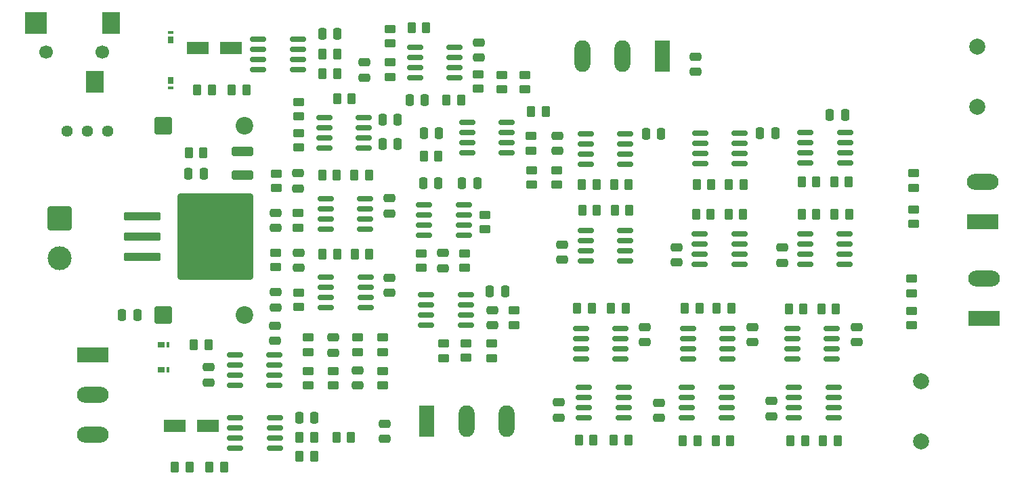
<source format=gbr>
%TF.GenerationSoftware,KiCad,Pcbnew,9.0.4-9.0.4-0~ubuntu24.04.1*%
%TF.CreationDate,2025-09-01T10:39:58-05:00*%
%TF.ProjectId,amplifier,616d706c-6966-4696-9572-2e6b69636164,rev?*%
%TF.SameCoordinates,Original*%
%TF.FileFunction,Soldermask,Top*%
%TF.FilePolarity,Negative*%
%FSLAX46Y46*%
G04 Gerber Fmt 4.6, Leading zero omitted, Abs format (unit mm)*
G04 Created by KiCad (PCBNEW 9.0.4-9.0.4-0~ubuntu24.04.1) date 2025-09-01 10:39:58*
%MOMM*%
%LPD*%
G01*
G04 APERTURE LIST*
G04 Aperture macros list*
%AMRoundRect*
0 Rectangle with rounded corners*
0 $1 Rounding radius*
0 $2 $3 $4 $5 $6 $7 $8 $9 X,Y pos of 4 corners*
0 Add a 4 corners polygon primitive as box body*
4,1,4,$2,$3,$4,$5,$6,$7,$8,$9,$2,$3,0*
0 Add four circle primitives for the rounded corners*
1,1,$1+$1,$2,$3*
1,1,$1+$1,$4,$5*
1,1,$1+$1,$6,$7*
1,1,$1+$1,$8,$9*
0 Add four rect primitives between the rounded corners*
20,1,$1+$1,$2,$3,$4,$5,0*
20,1,$1+$1,$4,$5,$6,$7,0*
20,1,$1+$1,$6,$7,$8,$9,0*
20,1,$1+$1,$8,$9,$2,$3,0*%
G04 Aperture macros list end*
%ADD10RoundRect,0.250000X-0.450000X0.262500X-0.450000X-0.262500X0.450000X-0.262500X0.450000X0.262500X0*%
%ADD11RoundRect,0.250000X0.262500X0.450000X-0.262500X0.450000X-0.262500X-0.450000X0.262500X-0.450000X0*%
%ADD12RoundRect,0.150000X-0.825000X-0.150000X0.825000X-0.150000X0.825000X0.150000X-0.825000X0.150000X0*%
%ADD13RoundRect,0.250000X0.475000X-0.250000X0.475000X0.250000X-0.475000X0.250000X-0.475000X-0.250000X0*%
%ADD14RoundRect,0.250000X-0.475000X0.250000X-0.475000X-0.250000X0.475000X-0.250000X0.475000X0.250000X0*%
%ADD15R,3.960000X1.980000*%
%ADD16O,3.960000X1.980000*%
%ADD17RoundRect,0.250000X-0.262500X-0.450000X0.262500X-0.450000X0.262500X0.450000X-0.262500X0.450000X0*%
%ADD18RoundRect,0.075000X-0.390000X-0.275000X0.390000X-0.275000X0.390000X0.275000X-0.390000X0.275000X0*%
%ADD19RoundRect,0.075000X-0.075000X-0.275000X0.075000X-0.275000X0.075000X0.275000X-0.075000X0.275000X0*%
%ADD20RoundRect,0.250000X0.450000X-0.262500X0.450000X0.262500X-0.450000X0.262500X-0.450000X-0.262500X0*%
%ADD21RoundRect,0.250000X-0.250000X-0.475000X0.250000X-0.475000X0.250000X0.475000X-0.250000X0.475000X0*%
%ADD22RoundRect,0.250000X1.100000X-0.325000X1.100000X0.325000X-1.100000X0.325000X-1.100000X-0.325000X0*%
%ADD23RoundRect,0.250000X-2.050000X-0.300000X2.050000X-0.300000X2.050000X0.300000X-2.050000X0.300000X0*%
%ADD24RoundRect,0.250002X-4.449998X-5.149998X4.449998X-5.149998X4.449998X5.149998X-4.449998X5.149998X0*%
%ADD25RoundRect,0.250000X1.137500X0.550000X-1.137500X0.550000X-1.137500X-0.550000X1.137500X-0.550000X0*%
%ADD26RoundRect,0.150000X0.825000X0.150000X-0.825000X0.150000X-0.825000X-0.150000X0.825000X-0.150000X0*%
%ADD27C,2.000000*%
%ADD28RoundRect,0.075000X-0.275000X0.390000X-0.275000X-0.390000X0.275000X-0.390000X0.275000X0.390000X0*%
%ADD29RoundRect,0.075000X-0.275000X0.075000X-0.275000X-0.075000X0.275000X-0.075000X0.275000X0.075000X0*%
%ADD30RoundRect,0.250000X0.250000X0.475000X-0.250000X0.475000X-0.250000X-0.475000X0.250000X-0.475000X0*%
%ADD31R,1.980000X3.960000*%
%ADD32O,1.980000X3.960000*%
%ADD33C,1.440000*%
%ADD34C,1.700000*%
%ADD35R,2.200000X2.800000*%
%ADD36R,2.800000X2.800000*%
%ADD37RoundRect,0.249999X-0.850001X-0.850001X0.850001X-0.850001X0.850001X0.850001X-0.850001X0.850001X0*%
%ADD38C,2.200000*%
%ADD39RoundRect,0.075000X0.275000X-0.390000X0.275000X0.390000X-0.275000X0.390000X-0.275000X-0.390000X0*%
%ADD40RoundRect,0.075000X0.275000X-0.075000X0.275000X0.075000X-0.275000X0.075000X-0.275000X-0.075000X0*%
%ADD41RoundRect,0.249999X-1.250001X1.250001X-1.250001X-1.250001X1.250001X-1.250001X1.250001X1.250001X0*%
%ADD42C,3.000000*%
G04 APERTURE END LIST*
D10*
%TO.C,R502*%
X135240000Y-72672500D03*
X135240000Y-74497500D03*
%TD*%
D11*
%TO.C,R501*%
X139762500Y-72500000D03*
X137937500Y-72500000D03*
%TD*%
%TO.C,R307*%
X110145000Y-127530000D03*
X108320000Y-127530000D03*
%TD*%
D12*
%TO.C,U402*%
X127205000Y-103805000D03*
X127205000Y-105075000D03*
X127205000Y-106345000D03*
X127205000Y-107615000D03*
X132155000Y-107615000D03*
X132155000Y-106345000D03*
X132155000Y-105075000D03*
X132155000Y-103805000D03*
%TD*%
D11*
%TO.C,R305*%
X114457500Y-127530000D03*
X112632500Y-127530000D03*
%TD*%
D13*
%TO.C,C402*%
X123760000Y-92660000D03*
X123760000Y-90760000D03*
%TD*%
D12*
%TO.C,U701*%
X127005000Y-83745000D03*
X127005000Y-85015000D03*
X127005000Y-86285000D03*
X127005000Y-87555000D03*
X131955000Y-87555000D03*
X131955000Y-86285000D03*
X131955000Y-85015000D03*
X131955000Y-83745000D03*
%TD*%
D13*
%TO.C,C804*%
X171020000Y-101930000D03*
X171020000Y-100030000D03*
%TD*%
D10*
%TO.C,R508*%
X152882500Y-86087500D03*
X152882500Y-87912500D03*
%TD*%
D12*
%TO.C,U602*%
X139760000Y-105980000D03*
X139760000Y-107250000D03*
X139760000Y-108520000D03*
X139760000Y-109790000D03*
X144710000Y-109790000D03*
X144710000Y-108520000D03*
X144710000Y-107250000D03*
X144710000Y-105980000D03*
%TD*%
D11*
%TO.C,R905*%
X177885000Y-107700000D03*
X176060000Y-107700000D03*
%TD*%
D14*
%TO.C,C601*%
X134550000Y-122140000D03*
X134550000Y-124040000D03*
%TD*%
D15*
%TO.C,J701*%
X209350000Y-96795000D03*
D16*
X209350000Y-91795000D03*
%TD*%
D10*
%TO.C,R704*%
X147070000Y-95967500D03*
X147070000Y-97792500D03*
%TD*%
D17*
%TO.C,R302*%
X126777500Y-75805000D03*
X128602500Y-75805000D03*
%TD*%
D18*
%TO.C,D401*%
X106577500Y-115325000D03*
D19*
X107462500Y-115325000D03*
%TD*%
D20*
%TO.C,R701*%
X123790000Y-83640000D03*
X123790000Y-81815000D03*
%TD*%
D17*
%TO.C,R901*%
X158605000Y-107670000D03*
X160430000Y-107670000D03*
%TD*%
D10*
%TO.C,R406*%
X120920000Y-100702500D03*
X120920000Y-102527500D03*
%TD*%
D11*
%TO.C,R811*%
X192577500Y-91850000D03*
X190752500Y-91850000D03*
%TD*%
D10*
%TO.C,R706*%
X139160000Y-100767500D03*
X139160000Y-102592500D03*
%TD*%
%TO.C,R611*%
X147960000Y-112077500D03*
X147960000Y-113902500D03*
%TD*%
D11*
%TO.C,R303*%
X112942500Y-80280000D03*
X111117500Y-80280000D03*
%TD*%
D10*
%TO.C,R709*%
X200460000Y-107982500D03*
X200460000Y-109807500D03*
%TD*%
D21*
%TO.C,C607*%
X147697500Y-105572500D03*
X149597500Y-105572500D03*
%TD*%
D13*
%TO.C,C501*%
X173410000Y-78030000D03*
X173410000Y-76130000D03*
%TD*%
D22*
%TO.C,C203*%
X116755000Y-90970000D03*
X116755000Y-88020000D03*
%TD*%
D23*
%TO.C,U201*%
X104255000Y-96160000D03*
X104255000Y-98700000D03*
D24*
X113405000Y-98700000D03*
D23*
X104255000Y-101240000D03*
%TD*%
D17*
%TO.C,R401*%
X126727500Y-90940000D03*
X128552500Y-90940000D03*
%TD*%
D21*
%TO.C,C201*%
X101725000Y-108525000D03*
X103625000Y-108525000D03*
%TD*%
D25*
%TO.C,C301*%
X115320000Y-75050000D03*
X111195000Y-75050000D03*
%TD*%
D26*
%TO.C,U804*%
X178880000Y-102130000D03*
X178880000Y-100860000D03*
X178880000Y-99590000D03*
X178880000Y-98320000D03*
X173930000Y-98320000D03*
X173930000Y-99590000D03*
X173930000Y-100860000D03*
X173930000Y-102130000D03*
%TD*%
D21*
%TO.C,C801*%
X167210000Y-85810000D03*
X169110000Y-85810000D03*
%TD*%
D10*
%TO.C,R506*%
X156100000Y-90347500D03*
X156100000Y-92172500D03*
%TD*%
D26*
%TO.C,U806*%
X192080000Y-102180000D03*
X192080000Y-100910000D03*
X192080000Y-99640000D03*
X192080000Y-98370000D03*
X187130000Y-98370000D03*
X187130000Y-99640000D03*
X187130000Y-100910000D03*
X187130000Y-102180000D03*
%TD*%
D10*
%TO.C,R703*%
X123790000Y-85715000D03*
X123790000Y-87540000D03*
%TD*%
%TO.C,R605*%
X124950000Y-115507500D03*
X124950000Y-117332500D03*
%TD*%
D14*
%TO.C,C503*%
X131992500Y-76850000D03*
X131992500Y-78750000D03*
%TD*%
D27*
%TO.C,C705*%
X208600000Y-74900000D03*
X208600000Y-82400000D03*
%TD*%
D13*
%TO.C,C606*%
X120810000Y-111740000D03*
X120810000Y-109840000D03*
%TD*%
D10*
%TO.C,R503*%
X135240000Y-76867500D03*
X135240000Y-78692500D03*
%TD*%
D17*
%TO.C,R604*%
X110695000Y-112230000D03*
X112520000Y-112230000D03*
%TD*%
D28*
%TO.C,D403*%
X107830000Y-79155000D03*
D29*
X107830000Y-80040000D03*
%TD*%
D30*
%TO.C,C805*%
X192090000Y-83460000D03*
X190190000Y-83460000D03*
%TD*%
D21*
%TO.C,C506*%
X137650000Y-81550000D03*
X139550000Y-81550000D03*
%TD*%
D17*
%TO.C,R801*%
X159192500Y-92190000D03*
X161017500Y-92190000D03*
%TD*%
D20*
%TO.C,R606*%
X134315000Y-113162500D03*
X134315000Y-111337500D03*
%TD*%
D17*
%TO.C,R911*%
X171840000Y-124265000D03*
X173665000Y-124265000D03*
%TD*%
D13*
%TO.C,C603*%
X128081667Y-113220000D03*
X128081667Y-111320000D03*
%TD*%
%TO.C,C806*%
X184240000Y-101970000D03*
X184240000Y-100070000D03*
%TD*%
D14*
%TO.C,C403*%
X120960000Y-95702500D03*
X120960000Y-97602500D03*
%TD*%
D11*
%TO.C,R904*%
X164670000Y-107670000D03*
X162845000Y-107670000D03*
%TD*%
D20*
%TO.C,R603*%
X124965000Y-113162500D03*
X124965000Y-111337500D03*
%TD*%
D15*
%TO.C,J403*%
X98052500Y-113530000D03*
D16*
X98052500Y-118530000D03*
X98052500Y-123530000D03*
%TD*%
D13*
%TO.C,C906*%
X182892500Y-121195000D03*
X182892500Y-119295000D03*
%TD*%
D12*
%TO.C,U301*%
X118752500Y-73940000D03*
X118752500Y-75210000D03*
X118752500Y-76480000D03*
X118752500Y-77750000D03*
X123702500Y-77750000D03*
X123702500Y-76480000D03*
X123702500Y-75210000D03*
X123702500Y-73940000D03*
%TD*%
D13*
%TO.C,C905*%
X168830000Y-121410000D03*
X168830000Y-119510000D03*
%TD*%
D21*
%TO.C,C803*%
X181490000Y-85740000D03*
X183390000Y-85740000D03*
%TD*%
D11*
%TO.C,R201*%
X111880000Y-88145000D03*
X110055000Y-88145000D03*
%TD*%
D26*
%TO.C,U802*%
X164652500Y-101765000D03*
X164652500Y-100495000D03*
X164652500Y-99225000D03*
X164652500Y-97955000D03*
X159702500Y-97955000D03*
X159702500Y-99225000D03*
X159702500Y-100495000D03*
X159702500Y-101765000D03*
%TD*%
D14*
%TO.C,C902*%
X180517500Y-110015000D03*
X180517500Y-111915000D03*
%TD*%
D30*
%TO.C,C202*%
X111927500Y-90815000D03*
X110027500Y-90815000D03*
%TD*%
D14*
%TO.C,C404*%
X120920000Y-105650000D03*
X120920000Y-107550000D03*
%TD*%
D17*
%TO.C,R512*%
X139447500Y-88575000D03*
X141272500Y-88575000D03*
%TD*%
D26*
%TO.C,U702*%
X144425000Y-98490000D03*
X144425000Y-97220000D03*
X144425000Y-95950000D03*
X144425000Y-94680000D03*
X139475000Y-94680000D03*
X139475000Y-95950000D03*
X139475000Y-97220000D03*
X139475000Y-98490000D03*
%TD*%
D11*
%TO.C,R909*%
X191167500Y-124265000D03*
X189342500Y-124265000D03*
%TD*%
%TO.C,R906*%
X190985000Y-107720000D03*
X189160000Y-107720000D03*
%TD*%
D20*
%TO.C,R608*%
X134315000Y-117332500D03*
X134315000Y-115507500D03*
%TD*%
D26*
%TO.C,U502*%
X149810000Y-88200000D03*
X149810000Y-86930000D03*
X149810000Y-85660000D03*
X149810000Y-84390000D03*
X144860000Y-84390000D03*
X144860000Y-85660000D03*
X144860000Y-86930000D03*
X144860000Y-88200000D03*
%TD*%
D20*
%TO.C,R504*%
X146245000Y-80172500D03*
X146245000Y-78347500D03*
%TD*%
%TO.C,R707*%
X200700000Y-92575000D03*
X200700000Y-90750000D03*
%TD*%
D26*
%TO.C,U905*%
X177305000Y-121405000D03*
X177305000Y-120135000D03*
X177305000Y-118865000D03*
X177305000Y-117595000D03*
X172355000Y-117595000D03*
X172355000Y-118865000D03*
X172355000Y-120135000D03*
X172355000Y-121405000D03*
%TD*%
D13*
%TO.C,C406*%
X123815000Y-102585000D03*
X123815000Y-100685000D03*
%TD*%
D14*
%TO.C,C704*%
X141865000Y-100750000D03*
X141865000Y-102650000D03*
%TD*%
D20*
%TO.C,R710*%
X200450000Y-105782500D03*
X200450000Y-103957500D03*
%TD*%
D27*
%TO.C,C706*%
X201620000Y-124320000D03*
X201620000Y-116820000D03*
%TD*%
D25*
%TO.C,C303*%
X112467500Y-122390000D03*
X108342500Y-122390000D03*
%TD*%
D17*
%TO.C,R902*%
X172090000Y-107700000D03*
X173915000Y-107700000D03*
%TD*%
%TO.C,R308*%
X123917500Y-123870000D03*
X125742500Y-123870000D03*
%TD*%
D20*
%TO.C,R708*%
X200700000Y-97105000D03*
X200700000Y-95280000D03*
%TD*%
D21*
%TO.C,C507*%
X144230000Y-91980000D03*
X146130000Y-91980000D03*
%TD*%
D17*
%TO.C,R805*%
X173577500Y-92140000D03*
X175402500Y-92140000D03*
%TD*%
D12*
%TO.C,U302*%
X115850000Y-121370000D03*
X115850000Y-122640000D03*
X115850000Y-123910000D03*
X115850000Y-125180000D03*
X120800000Y-125180000D03*
X120800000Y-123910000D03*
X120800000Y-122640000D03*
X120800000Y-121370000D03*
%TD*%
D20*
%TO.C,R612*%
X150712500Y-109735000D03*
X150712500Y-107910000D03*
%TD*%
D14*
%TO.C,C504*%
X156130000Y-86070000D03*
X156130000Y-87970000D03*
%TD*%
D17*
%TO.C,R810*%
X173477500Y-95850000D03*
X175302500Y-95850000D03*
%TD*%
D13*
%TO.C,C604*%
X131208333Y-117350000D03*
X131208333Y-115450000D03*
%TD*%
D11*
%TO.C,R402*%
X132582500Y-90940000D03*
X130757500Y-90940000D03*
%TD*%
D13*
%TO.C,C502*%
X146290000Y-76280000D03*
X146290000Y-74380000D03*
%TD*%
D21*
%TO.C,C304*%
X123860000Y-121380000D03*
X125760000Y-121380000D03*
%TD*%
D31*
%TO.C,J501*%
X169265000Y-76100000D03*
D32*
X164265000Y-76100000D03*
X159265000Y-76100000D03*
%TD*%
D11*
%TO.C,R702*%
X130412500Y-81450000D03*
X128587500Y-81450000D03*
%TD*%
D33*
%TO.C,RV201*%
X99915000Y-85445000D03*
X97375000Y-85445000D03*
X94835000Y-85445000D03*
%TD*%
D20*
%TO.C,R602*%
X128101667Y-117332500D03*
X128101667Y-115507500D03*
%TD*%
D26*
%TO.C,U904*%
X164435000Y-121405000D03*
X164435000Y-120135000D03*
X164435000Y-118865000D03*
X164435000Y-117595000D03*
X159485000Y-117595000D03*
X159485000Y-118865000D03*
X159485000Y-120135000D03*
X159485000Y-121405000D03*
%TD*%
D12*
%TO.C,U902*%
X172447500Y-110190000D03*
X172447500Y-111460000D03*
X172447500Y-112730000D03*
X172447500Y-114000000D03*
X177397500Y-114000000D03*
X177397500Y-112730000D03*
X177397500Y-111460000D03*
X177397500Y-110190000D03*
%TD*%
D34*
%TO.C,J402*%
X99215000Y-75610000D03*
X92215000Y-75610000D03*
D35*
X98315000Y-79310000D03*
X100315000Y-71910000D03*
D36*
X90915000Y-71910000D03*
%TD*%
D10*
%TO.C,R705*%
X144570000Y-100767500D03*
X144570000Y-102592500D03*
%TD*%
D17*
%TO.C,R804*%
X159242500Y-95375000D03*
X161067500Y-95375000D03*
%TD*%
D37*
%TO.C,D201*%
X106845000Y-108525000D03*
D38*
X117005000Y-108525000D03*
%TD*%
D30*
%TO.C,C703*%
X141270000Y-91980000D03*
X139370000Y-91980000D03*
%TD*%
D14*
%TO.C,C903*%
X193582500Y-110015000D03*
X193582500Y-111915000D03*
%TD*%
D13*
%TO.C,C802*%
X156737500Y-101585000D03*
X156737500Y-99685000D03*
%TD*%
D11*
%TO.C,R807*%
X179360000Y-95850000D03*
X177535000Y-95850000D03*
%TD*%
%TO.C,R908*%
X177755000Y-124265000D03*
X175930000Y-124265000D03*
%TD*%
D12*
%TO.C,U901*%
X159092500Y-110190000D03*
X159092500Y-111460000D03*
X159092500Y-112730000D03*
X159092500Y-114000000D03*
X164042500Y-114000000D03*
X164042500Y-112730000D03*
X164042500Y-111460000D03*
X164042500Y-110190000D03*
%TD*%
D17*
%TO.C,R903*%
X185090000Y-107720000D03*
X186915000Y-107720000D03*
%TD*%
D10*
%TO.C,R609*%
X144730000Y-112057500D03*
X144730000Y-113882500D03*
%TD*%
D21*
%TO.C,C302*%
X126740000Y-73320000D03*
X128640000Y-73320000D03*
%TD*%
D10*
%TO.C,R607*%
X141950000Y-112067500D03*
X141950000Y-113892500D03*
%TD*%
D17*
%TO.C,R407*%
X126787500Y-100885000D03*
X128612500Y-100885000D03*
%TD*%
D11*
%TO.C,R802*%
X165077500Y-92190000D03*
X163252500Y-92190000D03*
%TD*%
D39*
%TO.C,D404*%
X107840000Y-74030000D03*
D40*
X107840000Y-73145000D03*
%TD*%
D12*
%TO.C,U401*%
X127155000Y-93905000D03*
X127155000Y-95175000D03*
X127155000Y-96445000D03*
X127155000Y-97715000D03*
X132105000Y-97715000D03*
X132105000Y-96445000D03*
X132105000Y-95175000D03*
X132105000Y-93905000D03*
%TD*%
D20*
%TO.C,R507*%
X152080000Y-80235000D03*
X152080000Y-78410000D03*
%TD*%
D17*
%TO.C,R912*%
X185267500Y-124265000D03*
X187092500Y-124265000D03*
%TD*%
%TO.C,R306*%
X123917500Y-126240000D03*
X125742500Y-126240000D03*
%TD*%
D10*
%TO.C,R403*%
X123750000Y-95720000D03*
X123750000Y-97545000D03*
%TD*%
D11*
%TO.C,R803*%
X165127500Y-95375000D03*
X163302500Y-95375000D03*
%TD*%
D13*
%TO.C,C904*%
X156310000Y-121360000D03*
X156310000Y-119460000D03*
%TD*%
D10*
%TO.C,R404*%
X120970000Y-90777500D03*
X120970000Y-92602500D03*
%TD*%
D18*
%TO.C,D402*%
X106577500Y-112240000D03*
D19*
X107462500Y-112240000D03*
%TD*%
D14*
%TO.C,C901*%
X167072500Y-110015000D03*
X167072500Y-111915000D03*
%TD*%
D21*
%TO.C,C505*%
X139430000Y-85720000D03*
X141330000Y-85720000D03*
%TD*%
D11*
%TO.C,R806*%
X179432500Y-92130000D03*
X177607500Y-92130000D03*
%TD*%
D17*
%TO.C,R505*%
X142297500Y-81600000D03*
X144122500Y-81600000D03*
%TD*%
D12*
%TO.C,U801*%
X159680000Y-85820000D03*
X159680000Y-87090000D03*
X159680000Y-88360000D03*
X159680000Y-89630000D03*
X164630000Y-89630000D03*
X164630000Y-88360000D03*
X164630000Y-87090000D03*
X164630000Y-85820000D03*
%TD*%
D11*
%TO.C,R408*%
X132632500Y-100885000D03*
X130807500Y-100885000D03*
%TD*%
D31*
%TO.C,J601*%
X139770000Y-121810000D03*
D32*
X144770000Y-121810000D03*
X149770000Y-121810000D03*
%TD*%
D20*
%TO.C,R509*%
X149190000Y-80235000D03*
X149190000Y-78410000D03*
%TD*%
D17*
%TO.C,R601*%
X128507500Y-123860000D03*
X130332500Y-123860000D03*
%TD*%
D11*
%TO.C,R301*%
X117272500Y-80280000D03*
X115447500Y-80280000D03*
%TD*%
D14*
%TO.C,C401*%
X135110000Y-93880000D03*
X135110000Y-95780000D03*
%TD*%
D21*
%TO.C,C701*%
X134300000Y-84080000D03*
X136200000Y-84080000D03*
%TD*%
D13*
%TO.C,C605*%
X147982500Y-109772500D03*
X147982500Y-107872500D03*
%TD*%
D12*
%TO.C,U601*%
X115845000Y-113540000D03*
X115845000Y-114810000D03*
X115845000Y-116080000D03*
X115845000Y-117350000D03*
X120795000Y-117350000D03*
X120795000Y-116080000D03*
X120795000Y-114810000D03*
X120795000Y-113540000D03*
%TD*%
D15*
%TO.C,J702*%
X209500000Y-108945000D03*
D16*
X209500000Y-103945000D03*
%TD*%
D26*
%TO.C,U906*%
X190650000Y-121405000D03*
X190650000Y-120135000D03*
X190650000Y-118865000D03*
X190650000Y-117595000D03*
X185700000Y-117595000D03*
X185700000Y-118865000D03*
X185700000Y-120135000D03*
X185700000Y-121405000D03*
%TD*%
D11*
%TO.C,R511*%
X154680000Y-83060000D03*
X152855000Y-83060000D03*
%TD*%
D14*
%TO.C,C405*%
X135130000Y-103830000D03*
X135130000Y-105730000D03*
%TD*%
D11*
%TO.C,R809*%
X192612500Y-95850000D03*
X190787500Y-95850000D03*
%TD*%
D17*
%TO.C,R812*%
X186677500Y-95850000D03*
X188502500Y-95850000D03*
%TD*%
D12*
%TO.C,U803*%
X173975000Y-85715000D03*
X173975000Y-86985000D03*
X173975000Y-88255000D03*
X173975000Y-89525000D03*
X178925000Y-89525000D03*
X178925000Y-88255000D03*
X178925000Y-86985000D03*
X178925000Y-85715000D03*
%TD*%
D37*
%TO.C,D202*%
X106845000Y-84825000D03*
D38*
X117005000Y-84825000D03*
%TD*%
D20*
%TO.C,R405*%
X123780000Y-107512500D03*
X123780000Y-105687500D03*
%TD*%
D17*
%TO.C,R910*%
X158817500Y-124155000D03*
X160642500Y-124155000D03*
%TD*%
D30*
%TO.C,C702*%
X136200000Y-87090000D03*
X134300000Y-87090000D03*
%TD*%
D12*
%TO.C,U903*%
X185507500Y-110190000D03*
X185507500Y-111460000D03*
X185507500Y-112730000D03*
X185507500Y-114000000D03*
X190457500Y-114000000D03*
X190457500Y-112730000D03*
X190457500Y-111460000D03*
X190457500Y-110190000D03*
%TD*%
D10*
%TO.C,R510*%
X152955000Y-90347500D03*
X152955000Y-92172500D03*
%TD*%
D17*
%TO.C,R304*%
X126767500Y-78290000D03*
X128592500Y-78290000D03*
%TD*%
D11*
%TO.C,R907*%
X164997500Y-124155000D03*
X163172500Y-124155000D03*
%TD*%
D41*
%TO.C,J201*%
X93937500Y-96405000D03*
D42*
X93937500Y-101405000D03*
%TD*%
D26*
%TO.C,U501*%
X143315000Y-78815000D03*
X143315000Y-77545000D03*
X143315000Y-76275000D03*
X143315000Y-75005000D03*
X138365000Y-75005000D03*
X138365000Y-76275000D03*
X138365000Y-77545000D03*
X138365000Y-78815000D03*
%TD*%
D10*
%TO.C,R610*%
X131198333Y-111337500D03*
X131198333Y-113162500D03*
%TD*%
D17*
%TO.C,R808*%
X186672500Y-91850000D03*
X188497500Y-91850000D03*
%TD*%
D14*
%TO.C,C602*%
X112520000Y-115060000D03*
X112520000Y-116960000D03*
%TD*%
D12*
%TO.C,U805*%
X187165000Y-85620000D03*
X187165000Y-86890000D03*
X187165000Y-88160000D03*
X187165000Y-89430000D03*
X192115000Y-89430000D03*
X192115000Y-88160000D03*
X192115000Y-86890000D03*
X192115000Y-85620000D03*
%TD*%
M02*

</source>
